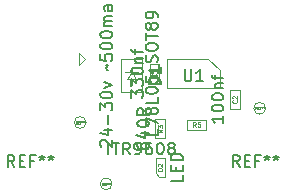
<source format=gbr>
%TF.GenerationSoftware,KiCad,Pcbnew,(6.0.11)*%
%TF.CreationDate,2023-01-29T21:23:29-06:00*%
%TF.ProjectId,Tap_Photosensor_PCB,5461705f-5068-46f7-946f-73656e736f72,rev?*%
%TF.SameCoordinates,Original*%
%TF.FileFunction,AssemblyDrawing,Top*%
%FSLAX46Y46*%
G04 Gerber Fmt 4.6, Leading zero omitted, Abs format (unit mm)*
G04 Created by KiCad (PCBNEW (6.0.11)) date 2023-01-29 21:23:29*
%MOMM*%
%LPD*%
G01*
G04 APERTURE LIST*
%ADD10C,0.150000*%
%ADD11C,0.060000*%
%ADD12C,0.040000*%
%ADD13C,0.100000*%
G04 APERTURE END LIST*
D10*
%TO.C,D1*%
X109197619Y-64250000D02*
X109150000Y-64202380D01*
X109102380Y-64107142D01*
X109102380Y-63869047D01*
X109150000Y-63773809D01*
X109197619Y-63726190D01*
X109292857Y-63678571D01*
X109388095Y-63678571D01*
X109530952Y-63726190D01*
X110102380Y-64297619D01*
X110102380Y-63678571D01*
X109435714Y-62821428D02*
X110102380Y-62821428D01*
X109054761Y-63059523D02*
X109769047Y-63297619D01*
X109769047Y-62678571D01*
X109721428Y-62297619D02*
X109721428Y-61535714D01*
X109102380Y-61154761D02*
X109102380Y-60535714D01*
X109483333Y-60869047D01*
X109483333Y-60726190D01*
X109530952Y-60630952D01*
X109578571Y-60583333D01*
X109673809Y-60535714D01*
X109911904Y-60535714D01*
X110007142Y-60583333D01*
X110054761Y-60630952D01*
X110102380Y-60726190D01*
X110102380Y-61011904D01*
X110054761Y-61107142D01*
X110007142Y-61154761D01*
X109102380Y-59916666D02*
X109102380Y-59821428D01*
X109150000Y-59726190D01*
X109197619Y-59678571D01*
X109292857Y-59630952D01*
X109483333Y-59583333D01*
X109721428Y-59583333D01*
X109911904Y-59630952D01*
X110007142Y-59678571D01*
X110054761Y-59726190D01*
X110102380Y-59821428D01*
X110102380Y-59916666D01*
X110054761Y-60011904D01*
X110007142Y-60059523D01*
X109911904Y-60107142D01*
X109721428Y-60154761D01*
X109483333Y-60154761D01*
X109292857Y-60107142D01*
X109197619Y-60059523D01*
X109150000Y-60011904D01*
X109102380Y-59916666D01*
X109435714Y-59250000D02*
X110102380Y-59011904D01*
X109435714Y-58773809D01*
X109721428Y-57773809D02*
X109673809Y-57726190D01*
X109626190Y-57630952D01*
X109721428Y-57440476D01*
X109673809Y-57345238D01*
X109626190Y-57297619D01*
X109102380Y-56440476D02*
X109102380Y-56916666D01*
X109578571Y-56964285D01*
X109530952Y-56916666D01*
X109483333Y-56821428D01*
X109483333Y-56583333D01*
X109530952Y-56488095D01*
X109578571Y-56440476D01*
X109673809Y-56392857D01*
X109911904Y-56392857D01*
X110007142Y-56440476D01*
X110054761Y-56488095D01*
X110102380Y-56583333D01*
X110102380Y-56821428D01*
X110054761Y-56916666D01*
X110007142Y-56964285D01*
X109102380Y-55773809D02*
X109102380Y-55678571D01*
X109150000Y-55583333D01*
X109197619Y-55535714D01*
X109292857Y-55488095D01*
X109483333Y-55440476D01*
X109721428Y-55440476D01*
X109911904Y-55488095D01*
X110007142Y-55535714D01*
X110054761Y-55583333D01*
X110102380Y-55678571D01*
X110102380Y-55773809D01*
X110054761Y-55869047D01*
X110007142Y-55916666D01*
X109911904Y-55964285D01*
X109721428Y-56011904D01*
X109483333Y-56011904D01*
X109292857Y-55964285D01*
X109197619Y-55916666D01*
X109150000Y-55869047D01*
X109102380Y-55773809D01*
X109102380Y-54821428D02*
X109102380Y-54726190D01*
X109150000Y-54630952D01*
X109197619Y-54583333D01*
X109292857Y-54535714D01*
X109483333Y-54488095D01*
X109721428Y-54488095D01*
X109911904Y-54535714D01*
X110007142Y-54583333D01*
X110054761Y-54630952D01*
X110102380Y-54726190D01*
X110102380Y-54821428D01*
X110054761Y-54916666D01*
X110007142Y-54964285D01*
X109911904Y-55011904D01*
X109721428Y-55059523D01*
X109483333Y-55059523D01*
X109292857Y-55011904D01*
X109197619Y-54964285D01*
X109150000Y-54916666D01*
X109102380Y-54821428D01*
X110102380Y-54059523D02*
X109435714Y-54059523D01*
X109530952Y-54059523D02*
X109483333Y-54011904D01*
X109435714Y-53916666D01*
X109435714Y-53773809D01*
X109483333Y-53678571D01*
X109578571Y-53630952D01*
X110102380Y-53630952D01*
X109578571Y-53630952D02*
X109483333Y-53583333D01*
X109435714Y-53488095D01*
X109435714Y-53345238D01*
X109483333Y-53250000D01*
X109578571Y-53202380D01*
X110102380Y-53202380D01*
X110102380Y-52297619D02*
X109578571Y-52297619D01*
X109483333Y-52345238D01*
X109435714Y-52440476D01*
X109435714Y-52630952D01*
X109483333Y-52726190D01*
X110054761Y-52297619D02*
X110102380Y-52392857D01*
X110102380Y-52630952D01*
X110054761Y-52726190D01*
X109959523Y-52773809D01*
X109864285Y-52773809D01*
X109769047Y-52726190D01*
X109721428Y-52630952D01*
X109721428Y-52392857D01*
X109673809Y-52297619D01*
X114202380Y-58988095D02*
X113202380Y-58988095D01*
X113202380Y-58750000D01*
X113250000Y-58607142D01*
X113345238Y-58511904D01*
X113440476Y-58464285D01*
X113630952Y-58416666D01*
X113773809Y-58416666D01*
X113964285Y-58464285D01*
X114059523Y-58511904D01*
X114154761Y-58607142D01*
X114202380Y-58750000D01*
X114202380Y-58988095D01*
X114202380Y-57464285D02*
X114202380Y-58035714D01*
X114202380Y-57750000D02*
X113202380Y-57750000D01*
X113345238Y-57845238D01*
X113440476Y-57940476D01*
X113488095Y-58035714D01*
%TO.C,D2*%
X116068630Y-66642857D02*
X116068630Y-67119047D01*
X115068630Y-67119047D01*
X115544821Y-66309523D02*
X115544821Y-65976190D01*
X116068630Y-65833333D02*
X116068630Y-66309523D01*
X115068630Y-66309523D01*
X115068630Y-65833333D01*
X116068630Y-65404761D02*
X115068630Y-65404761D01*
X115068630Y-65166666D01*
X115116250Y-65023809D01*
X115211488Y-64928571D01*
X115306726Y-64880952D01*
X115497202Y-64833333D01*
X115640059Y-64833333D01*
X115830535Y-64880952D01*
X115925773Y-64928571D01*
X116021011Y-65023809D01*
X116068630Y-65166666D01*
X116068630Y-65404761D01*
D11*
X114367202Y-66295238D02*
X113967202Y-66295238D01*
X113967202Y-66200000D01*
X113986250Y-66142857D01*
X114024345Y-66104761D01*
X114062440Y-66085714D01*
X114138630Y-66066666D01*
X114195773Y-66066666D01*
X114271964Y-66085714D01*
X114310059Y-66104761D01*
X114348154Y-66142857D01*
X114367202Y-66200000D01*
X114367202Y-66295238D01*
X114005297Y-65914285D02*
X113986250Y-65895238D01*
X113967202Y-65857142D01*
X113967202Y-65761904D01*
X113986250Y-65723809D01*
X114005297Y-65704761D01*
X114043392Y-65685714D01*
X114081488Y-65685714D01*
X114138630Y-65704761D01*
X114367202Y-65933333D01*
X114367202Y-65685714D01*
D10*
%TO.C,C2*%
X119522380Y-61654761D02*
X119522380Y-62226190D01*
X119522380Y-61940476D02*
X118522380Y-61940476D01*
X118665238Y-62035714D01*
X118760476Y-62130952D01*
X118808095Y-62226190D01*
X118522380Y-61035714D02*
X118522380Y-60940476D01*
X118570000Y-60845238D01*
X118617619Y-60797619D01*
X118712857Y-60750000D01*
X118903333Y-60702380D01*
X119141428Y-60702380D01*
X119331904Y-60750000D01*
X119427142Y-60797619D01*
X119474761Y-60845238D01*
X119522380Y-60940476D01*
X119522380Y-61035714D01*
X119474761Y-61130952D01*
X119427142Y-61178571D01*
X119331904Y-61226190D01*
X119141428Y-61273809D01*
X118903333Y-61273809D01*
X118712857Y-61226190D01*
X118617619Y-61178571D01*
X118570000Y-61130952D01*
X118522380Y-61035714D01*
X118522380Y-60083333D02*
X118522380Y-59988095D01*
X118570000Y-59892857D01*
X118617619Y-59845238D01*
X118712857Y-59797619D01*
X118903333Y-59750000D01*
X119141428Y-59750000D01*
X119331904Y-59797619D01*
X119427142Y-59845238D01*
X119474761Y-59892857D01*
X119522380Y-59988095D01*
X119522380Y-60083333D01*
X119474761Y-60178571D01*
X119427142Y-60226190D01*
X119331904Y-60273809D01*
X119141428Y-60321428D01*
X118903333Y-60321428D01*
X118712857Y-60273809D01*
X118617619Y-60226190D01*
X118570000Y-60178571D01*
X118522380Y-60083333D01*
X118855714Y-59321428D02*
X119522380Y-59321428D01*
X118950952Y-59321428D02*
X118903333Y-59273809D01*
X118855714Y-59178571D01*
X118855714Y-59035714D01*
X118903333Y-58940476D01*
X118998571Y-58892857D01*
X119522380Y-58892857D01*
X118855714Y-58559523D02*
X118855714Y-58178571D01*
X119522380Y-58416666D02*
X118665238Y-58416666D01*
X118570000Y-58369047D01*
X118522380Y-58273809D01*
X118522380Y-58178571D01*
D11*
X120642857Y-60316666D02*
X120661904Y-60335714D01*
X120680952Y-60392857D01*
X120680952Y-60430952D01*
X120661904Y-60488095D01*
X120623809Y-60526190D01*
X120585714Y-60545238D01*
X120509523Y-60564285D01*
X120452380Y-60564285D01*
X120376190Y-60545238D01*
X120338095Y-60526190D01*
X120300000Y-60488095D01*
X120280952Y-60430952D01*
X120280952Y-60392857D01*
X120300000Y-60335714D01*
X120319047Y-60316666D01*
X120319047Y-60164285D02*
X120300000Y-60145238D01*
X120280952Y-60107142D01*
X120280952Y-60011904D01*
X120300000Y-59973809D01*
X120319047Y-59954761D01*
X120357142Y-59935714D01*
X120395238Y-59935714D01*
X120452380Y-59954761D01*
X120680952Y-60183333D01*
X120680952Y-59935714D01*
D10*
%TO.C,U1*%
X113952380Y-62764285D02*
X113952380Y-63240476D01*
X112952380Y-63240476D01*
X112952380Y-62526190D02*
X112952380Y-61859523D01*
X113952380Y-62288095D01*
X113380952Y-61335714D02*
X113333333Y-61430952D01*
X113285714Y-61478571D01*
X113190476Y-61526190D01*
X113142857Y-61526190D01*
X113047619Y-61478571D01*
X113000000Y-61430952D01*
X112952380Y-61335714D01*
X112952380Y-61145238D01*
X113000000Y-61050000D01*
X113047619Y-61002380D01*
X113142857Y-60954761D01*
X113190476Y-60954761D01*
X113285714Y-61002380D01*
X113333333Y-61050000D01*
X113380952Y-61145238D01*
X113380952Y-61335714D01*
X113428571Y-61430952D01*
X113476190Y-61478571D01*
X113571428Y-61526190D01*
X113761904Y-61526190D01*
X113857142Y-61478571D01*
X113904761Y-61430952D01*
X113952380Y-61335714D01*
X113952380Y-61145238D01*
X113904761Y-61050000D01*
X113857142Y-61002380D01*
X113761904Y-60954761D01*
X113571428Y-60954761D01*
X113476190Y-61002380D01*
X113428571Y-61050000D01*
X113380952Y-61145238D01*
X113952380Y-60050000D02*
X113952380Y-60526190D01*
X112952380Y-60526190D01*
X112952380Y-59526190D02*
X112952380Y-59430952D01*
X113000000Y-59335714D01*
X113047619Y-59288095D01*
X113142857Y-59240476D01*
X113333333Y-59192857D01*
X113571428Y-59192857D01*
X113761904Y-59240476D01*
X113857142Y-59288095D01*
X113904761Y-59335714D01*
X113952380Y-59430952D01*
X113952380Y-59526190D01*
X113904761Y-59621428D01*
X113857142Y-59669047D01*
X113761904Y-59716666D01*
X113571428Y-59764285D01*
X113333333Y-59764285D01*
X113142857Y-59716666D01*
X113047619Y-59669047D01*
X113000000Y-59621428D01*
X112952380Y-59526190D01*
X112952380Y-58288095D02*
X112952380Y-58764285D01*
X113428571Y-58811904D01*
X113380952Y-58764285D01*
X113333333Y-58669047D01*
X113333333Y-58430952D01*
X113380952Y-58335714D01*
X113428571Y-58288095D01*
X113523809Y-58240476D01*
X113761904Y-58240476D01*
X113857142Y-58288095D01*
X113904761Y-58335714D01*
X113952380Y-58430952D01*
X113952380Y-58669047D01*
X113904761Y-58764285D01*
X113857142Y-58811904D01*
X114047619Y-58050000D02*
X114047619Y-57288095D01*
X113904761Y-57097619D02*
X113952380Y-56954761D01*
X113952380Y-56716666D01*
X113904761Y-56621428D01*
X113857142Y-56573809D01*
X113761904Y-56526190D01*
X113666666Y-56526190D01*
X113571428Y-56573809D01*
X113523809Y-56621428D01*
X113476190Y-56716666D01*
X113428571Y-56907142D01*
X113380952Y-57002380D01*
X113333333Y-57050000D01*
X113238095Y-57097619D01*
X113142857Y-57097619D01*
X113047619Y-57050000D01*
X113000000Y-57002380D01*
X112952380Y-56907142D01*
X112952380Y-56669047D01*
X113000000Y-56526190D01*
X112952380Y-55907142D02*
X112952380Y-55716666D01*
X113000000Y-55621428D01*
X113095238Y-55526190D01*
X113285714Y-55478571D01*
X113619047Y-55478571D01*
X113809523Y-55526190D01*
X113904761Y-55621428D01*
X113952380Y-55716666D01*
X113952380Y-55907142D01*
X113904761Y-56002380D01*
X113809523Y-56097619D01*
X113619047Y-56145238D01*
X113285714Y-56145238D01*
X113095238Y-56097619D01*
X113000000Y-56002380D01*
X112952380Y-55907142D01*
X112952380Y-55192857D02*
X112952380Y-54621428D01*
X113952380Y-54907142D02*
X112952380Y-54907142D01*
X113380952Y-54145238D02*
X113333333Y-54240476D01*
X113285714Y-54288095D01*
X113190476Y-54335714D01*
X113142857Y-54335714D01*
X113047619Y-54288095D01*
X113000000Y-54240476D01*
X112952380Y-54145238D01*
X112952380Y-53954761D01*
X113000000Y-53859523D01*
X113047619Y-53811904D01*
X113142857Y-53764285D01*
X113190476Y-53764285D01*
X113285714Y-53811904D01*
X113333333Y-53859523D01*
X113380952Y-53954761D01*
X113380952Y-54145238D01*
X113428571Y-54240476D01*
X113476190Y-54288095D01*
X113571428Y-54335714D01*
X113761904Y-54335714D01*
X113857142Y-54288095D01*
X113904761Y-54240476D01*
X113952380Y-54145238D01*
X113952380Y-53954761D01*
X113904761Y-53859523D01*
X113857142Y-53811904D01*
X113761904Y-53764285D01*
X113571428Y-53764285D01*
X113476190Y-53811904D01*
X113428571Y-53859523D01*
X113380952Y-53954761D01*
X113952380Y-53288095D02*
X113952380Y-53097619D01*
X113904761Y-53002380D01*
X113857142Y-52954761D01*
X113714285Y-52859523D01*
X113523809Y-52811904D01*
X113142857Y-52811904D01*
X113047619Y-52859523D01*
X113000000Y-52907142D01*
X112952380Y-53002380D01*
X112952380Y-53192857D01*
X113000000Y-53288095D01*
X113047619Y-53335714D01*
X113142857Y-53383333D01*
X113380952Y-53383333D01*
X113476190Y-53335714D01*
X113523809Y-53288095D01*
X113571428Y-53192857D01*
X113571428Y-53002380D01*
X113523809Y-52907142D01*
X113476190Y-52859523D01*
X113380952Y-52811904D01*
X116238095Y-57702380D02*
X116238095Y-58511904D01*
X116285714Y-58607142D01*
X116333333Y-58654761D01*
X116428571Y-58702380D01*
X116619047Y-58702380D01*
X116714285Y-58654761D01*
X116761904Y-58607142D01*
X116809523Y-58511904D01*
X116809523Y-57702380D01*
X117809523Y-58702380D02*
X117238095Y-58702380D01*
X117523809Y-58702380D02*
X117523809Y-57702380D01*
X117428571Y-57845238D01*
X117333333Y-57940476D01*
X117238095Y-57988095D01*
D12*
%TO.C,REF\u002A\u002A*%
X107133333Y-62290476D02*
X107066666Y-62195238D01*
X107019047Y-62290476D02*
X107019047Y-62090476D01*
X107095238Y-62090476D01*
X107114285Y-62100000D01*
X107123809Y-62109523D01*
X107133333Y-62128571D01*
X107133333Y-62157142D01*
X107123809Y-62176190D01*
X107114285Y-62185714D01*
X107095238Y-62195238D01*
X107019047Y-62195238D01*
X107219047Y-62185714D02*
X107285714Y-62185714D01*
X107314285Y-62290476D02*
X107219047Y-62290476D01*
X107219047Y-62090476D01*
X107314285Y-62090476D01*
X107466666Y-62185714D02*
X107400000Y-62185714D01*
X107400000Y-62290476D02*
X107400000Y-62090476D01*
X107495238Y-62090476D01*
X107600000Y-62090476D02*
X107600000Y-62138095D01*
X107552380Y-62119047D02*
X107600000Y-62138095D01*
X107647619Y-62119047D01*
X107571428Y-62176190D02*
X107600000Y-62138095D01*
X107628571Y-62176190D01*
X107752380Y-62090476D02*
X107752380Y-62138095D01*
X107704761Y-62119047D02*
X107752380Y-62138095D01*
X107800000Y-62119047D01*
X107723809Y-62176190D02*
X107752380Y-62138095D01*
X107780952Y-62176190D01*
D10*
%TO.C,U3*%
X109794285Y-64912380D02*
X109794285Y-63912380D01*
X110127619Y-63912380D02*
X110699047Y-63912380D01*
X110413333Y-64912380D02*
X110413333Y-63912380D01*
X111603809Y-64912380D02*
X111270476Y-64436190D01*
X111032380Y-64912380D02*
X111032380Y-63912380D01*
X111413333Y-63912380D01*
X111508571Y-63960000D01*
X111556190Y-64007619D01*
X111603809Y-64102857D01*
X111603809Y-64245714D01*
X111556190Y-64340952D01*
X111508571Y-64388571D01*
X111413333Y-64436190D01*
X111032380Y-64436190D01*
X112080000Y-64912380D02*
X112270476Y-64912380D01*
X112365714Y-64864761D01*
X112413333Y-64817142D01*
X112508571Y-64674285D01*
X112556190Y-64483809D01*
X112556190Y-64102857D01*
X112508571Y-64007619D01*
X112460952Y-63960000D01*
X112365714Y-63912380D01*
X112175238Y-63912380D01*
X112080000Y-63960000D01*
X112032380Y-64007619D01*
X111984761Y-64102857D01*
X111984761Y-64340952D01*
X112032380Y-64436190D01*
X112080000Y-64483809D01*
X112175238Y-64531428D01*
X112365714Y-64531428D01*
X112460952Y-64483809D01*
X112508571Y-64436190D01*
X112556190Y-64340952D01*
X113413333Y-63912380D02*
X113222857Y-63912380D01*
X113127619Y-63960000D01*
X113080000Y-64007619D01*
X112984761Y-64150476D01*
X112937142Y-64340952D01*
X112937142Y-64721904D01*
X112984761Y-64817142D01*
X113032380Y-64864761D01*
X113127619Y-64912380D01*
X113318095Y-64912380D01*
X113413333Y-64864761D01*
X113460952Y-64817142D01*
X113508571Y-64721904D01*
X113508571Y-64483809D01*
X113460952Y-64388571D01*
X113413333Y-64340952D01*
X113318095Y-64293333D01*
X113127619Y-64293333D01*
X113032380Y-64340952D01*
X112984761Y-64388571D01*
X112937142Y-64483809D01*
X114127619Y-63912380D02*
X114222857Y-63912380D01*
X114318095Y-63960000D01*
X114365714Y-64007619D01*
X114413333Y-64102857D01*
X114460952Y-64293333D01*
X114460952Y-64531428D01*
X114413333Y-64721904D01*
X114365714Y-64817142D01*
X114318095Y-64864761D01*
X114222857Y-64912380D01*
X114127619Y-64912380D01*
X114032380Y-64864761D01*
X113984761Y-64817142D01*
X113937142Y-64721904D01*
X113889523Y-64531428D01*
X113889523Y-64293333D01*
X113937142Y-64102857D01*
X113984761Y-64007619D01*
X114032380Y-63960000D01*
X114127619Y-63912380D01*
X115032380Y-64340952D02*
X114937142Y-64293333D01*
X114889523Y-64245714D01*
X114841904Y-64150476D01*
X114841904Y-64102857D01*
X114889523Y-64007619D01*
X114937142Y-63960000D01*
X115032380Y-63912380D01*
X115222857Y-63912380D01*
X115318095Y-63960000D01*
X115365714Y-64007619D01*
X115413333Y-64102857D01*
X115413333Y-64150476D01*
X115365714Y-64245714D01*
X115318095Y-64293333D01*
X115222857Y-64340952D01*
X115032380Y-64340952D01*
X114937142Y-64388571D01*
X114889523Y-64436190D01*
X114841904Y-64531428D01*
X114841904Y-64721904D01*
X114889523Y-64817142D01*
X114937142Y-64864761D01*
X115032380Y-64912380D01*
X115222857Y-64912380D01*
X115318095Y-64864761D01*
X115365714Y-64817142D01*
X115413333Y-64721904D01*
X115413333Y-64531428D01*
X115365714Y-64436190D01*
X115318095Y-64388571D01*
X115222857Y-64340952D01*
%TO.C,R3*%
X112208630Y-64011904D02*
X112208630Y-64202380D01*
X112256250Y-64297619D01*
X112303869Y-64345238D01*
X112446726Y-64440476D01*
X112637202Y-64488095D01*
X113018154Y-64488095D01*
X113113392Y-64440476D01*
X113161011Y-64392857D01*
X113208630Y-64297619D01*
X113208630Y-64107142D01*
X113161011Y-64011904D01*
X113113392Y-63964285D01*
X113018154Y-63916666D01*
X112780059Y-63916666D01*
X112684821Y-63964285D01*
X112637202Y-64011904D01*
X112589583Y-64107142D01*
X112589583Y-64297619D01*
X112637202Y-64392857D01*
X112684821Y-64440476D01*
X112780059Y-64488095D01*
X112541964Y-63059523D02*
X113208630Y-63059523D01*
X112161011Y-63297619D02*
X112875297Y-63535714D01*
X112875297Y-62916666D01*
X112208630Y-62345238D02*
X112208630Y-62250000D01*
X112256250Y-62154761D01*
X112303869Y-62107142D01*
X112399107Y-62059523D01*
X112589583Y-62011904D01*
X112827678Y-62011904D01*
X113018154Y-62059523D01*
X113113392Y-62107142D01*
X113161011Y-62154761D01*
X113208630Y-62250000D01*
X113208630Y-62345238D01*
X113161011Y-62440476D01*
X113113392Y-62488095D01*
X113018154Y-62535714D01*
X112827678Y-62583333D01*
X112589583Y-62583333D01*
X112399107Y-62535714D01*
X112303869Y-62488095D01*
X112256250Y-62440476D01*
X112208630Y-62345238D01*
X113208630Y-61011904D02*
X112732440Y-61345238D01*
X113208630Y-61583333D02*
X112208630Y-61583333D01*
X112208630Y-61202380D01*
X112256250Y-61107142D01*
X112303869Y-61059523D01*
X112399107Y-61011904D01*
X112541964Y-61011904D01*
X112637202Y-61059523D01*
X112684821Y-61107142D01*
X112732440Y-61202380D01*
X112732440Y-61583333D01*
D11*
X114367202Y-62816666D02*
X114176726Y-62950000D01*
X114367202Y-63045238D02*
X113967202Y-63045238D01*
X113967202Y-62892857D01*
X113986250Y-62854761D01*
X114005297Y-62835714D01*
X114043392Y-62816666D01*
X114100535Y-62816666D01*
X114138630Y-62835714D01*
X114157678Y-62854761D01*
X114176726Y-62892857D01*
X114176726Y-63045238D01*
X113967202Y-62683333D02*
X113967202Y-62435714D01*
X114119583Y-62569047D01*
X114119583Y-62511904D01*
X114138630Y-62473809D01*
X114157678Y-62454761D01*
X114195773Y-62435714D01*
X114291011Y-62435714D01*
X114329107Y-62454761D01*
X114348154Y-62473809D01*
X114367202Y-62511904D01*
X114367202Y-62626190D01*
X114348154Y-62664285D01*
X114329107Y-62683333D01*
D12*
%TO.C,REF\u002A\u002A*%
X109333333Y-67490476D02*
X109266666Y-67395238D01*
X109219047Y-67490476D02*
X109219047Y-67290476D01*
X109295238Y-67290476D01*
X109314285Y-67300000D01*
X109323809Y-67309523D01*
X109333333Y-67328571D01*
X109333333Y-67357142D01*
X109323809Y-67376190D01*
X109314285Y-67385714D01*
X109295238Y-67395238D01*
X109219047Y-67395238D01*
X109419047Y-67385714D02*
X109485714Y-67385714D01*
X109514285Y-67490476D02*
X109419047Y-67490476D01*
X109419047Y-67290476D01*
X109514285Y-67290476D01*
X109666666Y-67385714D02*
X109600000Y-67385714D01*
X109600000Y-67490476D02*
X109600000Y-67290476D01*
X109695238Y-67290476D01*
X109800000Y-67290476D02*
X109800000Y-67338095D01*
X109752380Y-67319047D02*
X109800000Y-67338095D01*
X109847619Y-67319047D01*
X109771428Y-67376190D02*
X109800000Y-67338095D01*
X109828571Y-67376190D01*
X109952380Y-67290476D02*
X109952380Y-67338095D01*
X109904761Y-67319047D02*
X109952380Y-67338095D01*
X110000000Y-67319047D01*
X109923809Y-67376190D02*
X109952380Y-67338095D01*
X109980952Y-67376190D01*
D10*
X101836666Y-65952380D02*
X101503333Y-65476190D01*
X101265238Y-65952380D02*
X101265238Y-64952380D01*
X101646190Y-64952380D01*
X101741428Y-65000000D01*
X101789047Y-65047619D01*
X101836666Y-65142857D01*
X101836666Y-65285714D01*
X101789047Y-65380952D01*
X101741428Y-65428571D01*
X101646190Y-65476190D01*
X101265238Y-65476190D01*
X102265238Y-65428571D02*
X102598571Y-65428571D01*
X102741428Y-65952380D02*
X102265238Y-65952380D01*
X102265238Y-64952380D01*
X102741428Y-64952380D01*
X103503333Y-65428571D02*
X103170000Y-65428571D01*
X103170000Y-65952380D02*
X103170000Y-64952380D01*
X103646190Y-64952380D01*
X104170000Y-64952380D02*
X104170000Y-65190476D01*
X103931904Y-65095238D02*
X104170000Y-65190476D01*
X104408095Y-65095238D01*
X104027142Y-65380952D02*
X104170000Y-65190476D01*
X104312857Y-65380952D01*
X104931904Y-64952380D02*
X104931904Y-65190476D01*
X104693809Y-65095238D02*
X104931904Y-65190476D01*
X105170000Y-65095238D01*
X104789047Y-65380952D02*
X104931904Y-65190476D01*
X105074761Y-65380952D01*
D12*
X122333333Y-61090476D02*
X122266666Y-60995238D01*
X122219047Y-61090476D02*
X122219047Y-60890476D01*
X122295238Y-60890476D01*
X122314285Y-60900000D01*
X122323809Y-60909523D01*
X122333333Y-60928571D01*
X122333333Y-60957142D01*
X122323809Y-60976190D01*
X122314285Y-60985714D01*
X122295238Y-60995238D01*
X122219047Y-60995238D01*
X122419047Y-60985714D02*
X122485714Y-60985714D01*
X122514285Y-61090476D02*
X122419047Y-61090476D01*
X122419047Y-60890476D01*
X122514285Y-60890476D01*
X122666666Y-60985714D02*
X122600000Y-60985714D01*
X122600000Y-61090476D02*
X122600000Y-60890476D01*
X122695238Y-60890476D01*
X122800000Y-60890476D02*
X122800000Y-60938095D01*
X122752380Y-60919047D02*
X122800000Y-60938095D01*
X122847619Y-60919047D01*
X122771428Y-60976190D02*
X122800000Y-60938095D01*
X122828571Y-60976190D01*
X122952380Y-60890476D02*
X122952380Y-60938095D01*
X122904761Y-60919047D02*
X122952380Y-60938095D01*
X123000000Y-60919047D01*
X122923809Y-60976190D02*
X122952380Y-60938095D01*
X122980952Y-60976190D01*
D10*
X120896666Y-65952380D02*
X120563333Y-65476190D01*
X120325238Y-65952380D02*
X120325238Y-64952380D01*
X120706190Y-64952380D01*
X120801428Y-65000000D01*
X120849047Y-65047619D01*
X120896666Y-65142857D01*
X120896666Y-65285714D01*
X120849047Y-65380952D01*
X120801428Y-65428571D01*
X120706190Y-65476190D01*
X120325238Y-65476190D01*
X121325238Y-65428571D02*
X121658571Y-65428571D01*
X121801428Y-65952380D02*
X121325238Y-65952380D01*
X121325238Y-64952380D01*
X121801428Y-64952380D01*
X122563333Y-65428571D02*
X122230000Y-65428571D01*
X122230000Y-65952380D02*
X122230000Y-64952380D01*
X122706190Y-64952380D01*
X123230000Y-64952380D02*
X123230000Y-65190476D01*
X122991904Y-65095238D02*
X123230000Y-65190476D01*
X123468095Y-65095238D01*
X123087142Y-65380952D02*
X123230000Y-65190476D01*
X123372857Y-65380952D01*
X123991904Y-64952380D02*
X123991904Y-65190476D01*
X123753809Y-65095238D02*
X123991904Y-65190476D01*
X124230000Y-65095238D01*
X123849047Y-65380952D02*
X123991904Y-65190476D01*
X124134761Y-65380952D01*
%TO.C,C1*%
X111712380Y-60093809D02*
X111712380Y-59474761D01*
X112093333Y-59808095D01*
X112093333Y-59665238D01*
X112140952Y-59570000D01*
X112188571Y-59522380D01*
X112283809Y-59474761D01*
X112521904Y-59474761D01*
X112617142Y-59522380D01*
X112664761Y-59570000D01*
X112712380Y-59665238D01*
X112712380Y-59950952D01*
X112664761Y-60046190D01*
X112617142Y-60093809D01*
X111712380Y-59141428D02*
X111712380Y-58522380D01*
X112093333Y-58855714D01*
X112093333Y-58712857D01*
X112140952Y-58617619D01*
X112188571Y-58570000D01*
X112283809Y-58522380D01*
X112521904Y-58522380D01*
X112617142Y-58570000D01*
X112664761Y-58617619D01*
X112712380Y-58712857D01*
X112712380Y-58998571D01*
X112664761Y-59093809D01*
X112617142Y-59141428D01*
X111712380Y-57903333D02*
X111712380Y-57808095D01*
X111760000Y-57712857D01*
X111807619Y-57665238D01*
X111902857Y-57617619D01*
X112093333Y-57570000D01*
X112331428Y-57570000D01*
X112521904Y-57617619D01*
X112617142Y-57665238D01*
X112664761Y-57712857D01*
X112712380Y-57808095D01*
X112712380Y-57903333D01*
X112664761Y-57998571D01*
X112617142Y-58046190D01*
X112521904Y-58093809D01*
X112331428Y-58141428D01*
X112093333Y-58141428D01*
X111902857Y-58093809D01*
X111807619Y-58046190D01*
X111760000Y-57998571D01*
X111712380Y-57903333D01*
X112045714Y-57141428D02*
X112712380Y-57141428D01*
X112140952Y-57141428D02*
X112093333Y-57093809D01*
X112045714Y-56998571D01*
X112045714Y-56855714D01*
X112093333Y-56760476D01*
X112188571Y-56712857D01*
X112712380Y-56712857D01*
X112045714Y-56379523D02*
X112045714Y-55998571D01*
X112712380Y-56236666D02*
X111855238Y-56236666D01*
X111760000Y-56189047D01*
X111712380Y-56093809D01*
X111712380Y-55998571D01*
D11*
X113832857Y-58136666D02*
X113851904Y-58155714D01*
X113870952Y-58212857D01*
X113870952Y-58250952D01*
X113851904Y-58308095D01*
X113813809Y-58346190D01*
X113775714Y-58365238D01*
X113699523Y-58384285D01*
X113642380Y-58384285D01*
X113566190Y-58365238D01*
X113528095Y-58346190D01*
X113490000Y-58308095D01*
X113470952Y-58250952D01*
X113470952Y-58212857D01*
X113490000Y-58155714D01*
X113509047Y-58136666D01*
X113870952Y-57755714D02*
X113870952Y-57984285D01*
X113870952Y-57870000D02*
X113470952Y-57870000D01*
X113528095Y-57908095D01*
X113566190Y-57946190D01*
X113585238Y-57984285D01*
%TO.C,R5*%
X117183333Y-62580952D02*
X117050000Y-62390476D01*
X116954761Y-62580952D02*
X116954761Y-62180952D01*
X117107142Y-62180952D01*
X117145238Y-62200000D01*
X117164285Y-62219047D01*
X117183333Y-62257142D01*
X117183333Y-62314285D01*
X117164285Y-62352380D01*
X117145238Y-62371428D01*
X117107142Y-62390476D01*
X116954761Y-62390476D01*
X117545238Y-62180952D02*
X117354761Y-62180952D01*
X117335714Y-62371428D01*
X117354761Y-62352380D01*
X117392857Y-62333333D01*
X117488095Y-62333333D01*
X117526190Y-62352380D01*
X117545238Y-62371428D01*
X117564285Y-62409523D01*
X117564285Y-62504761D01*
X117545238Y-62542857D01*
X117526190Y-62561904D01*
X117488095Y-62580952D01*
X117392857Y-62580952D01*
X117354761Y-62561904D01*
X117335714Y-62542857D01*
D13*
%TO.C,D1*%
X112650000Y-56850000D02*
X112650000Y-59650000D01*
X111750000Y-57900000D02*
X112150000Y-58500000D01*
X111750000Y-57900000D02*
X112300000Y-57900000D01*
X111750000Y-57900000D02*
X111200000Y-57900000D01*
X111750000Y-58500000D02*
X111750000Y-59000000D01*
X111750000Y-57500000D02*
X111750000Y-57900000D01*
X110850000Y-59650000D02*
X110850000Y-56850000D01*
X112150000Y-58500000D02*
X111350000Y-58500000D01*
X112650000Y-59650000D02*
X110850000Y-59650000D01*
X111350000Y-58500000D02*
X111750000Y-57900000D01*
X110850000Y-56850000D02*
X112650000Y-56850000D01*
%TO.C,D2*%
X113786250Y-66500000D02*
X114086250Y-66800000D01*
X113786250Y-65200000D02*
X113786250Y-66500000D01*
X114586250Y-65200000D02*
X113786250Y-65200000D01*
X114586250Y-66800000D02*
X114586250Y-65200000D01*
X114086250Y-66800000D02*
X114586250Y-66800000D01*
%TO.C,J1*%
X107295000Y-57300000D02*
X107795000Y-56800000D01*
X107795000Y-56800000D02*
X107295000Y-56300000D01*
X107295000Y-56300000D02*
X107295000Y-57300000D01*
%TO.C,C2*%
X120100000Y-59450000D02*
X120900000Y-59450000D01*
X120900000Y-59450000D02*
X120900000Y-61050000D01*
X120900000Y-61050000D02*
X120100000Y-61050000D01*
X120100000Y-61050000D02*
X120100000Y-59450000D01*
%TO.C,U1*%
X119250000Y-57800000D02*
X119250000Y-59300000D01*
X114750000Y-56800000D02*
X118250000Y-56800000D01*
X114750000Y-59300000D02*
X114750000Y-56800000D01*
X118250000Y-56800000D02*
X119250000Y-57800000D01*
X119250000Y-59300000D02*
X114750000Y-59300000D01*
%TO.C,REF\u002A\u002A*%
X107900000Y-62200000D02*
G75*
G03*
X107900000Y-62200000I-500000J0D01*
G01*
%TO.C,R3*%
X113773750Y-61950000D02*
X114598750Y-61950000D01*
X114598750Y-63550000D02*
X113773750Y-63550000D01*
X113773750Y-63550000D02*
X113773750Y-61950000D01*
X114598750Y-61950000D02*
X114598750Y-63550000D01*
%TO.C,REF\u002A\u002A*%
X110100000Y-67400000D02*
G75*
G03*
X110100000Y-67400000I-500000J0D01*
G01*
X123100000Y-61000000D02*
G75*
G03*
X123100000Y-61000000I-500000J0D01*
G01*
%TO.C,C1*%
X114090000Y-58870000D02*
X113290000Y-58870000D01*
X114090000Y-57270000D02*
X114090000Y-58870000D01*
X113290000Y-57270000D02*
X114090000Y-57270000D01*
X113290000Y-58870000D02*
X113290000Y-57270000D01*
%TO.C,R5*%
X118050000Y-61987500D02*
X118050000Y-62812500D01*
X116450000Y-62812500D02*
X116450000Y-61987500D01*
X116450000Y-61987500D02*
X118050000Y-61987500D01*
X118050000Y-62812500D02*
X116450000Y-62812500D01*
%TD*%
M02*

</source>
